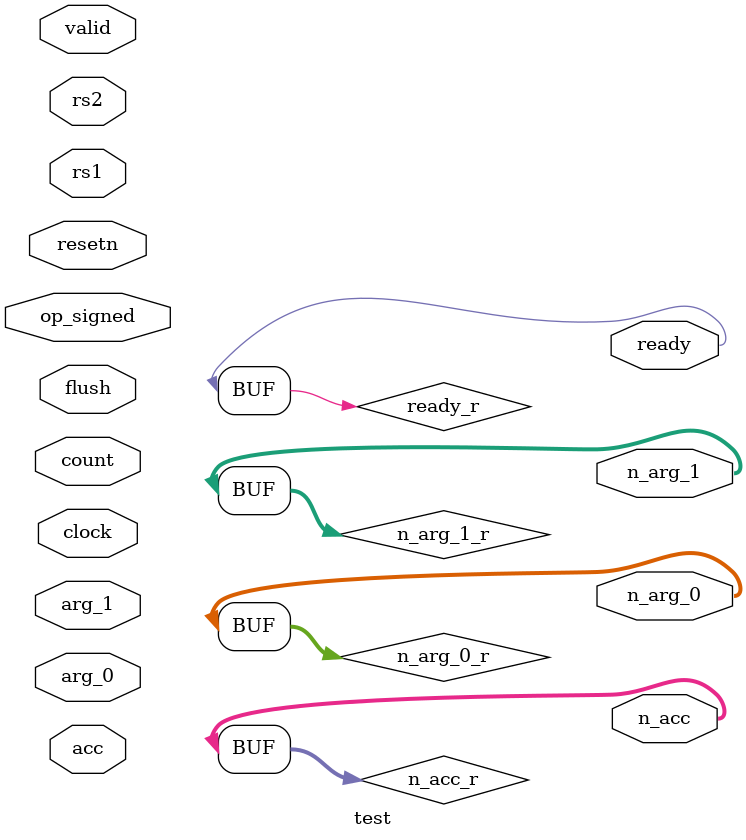
<source format=v>
`include "xc_malu_divrem.v"

module test (

input  wire         clock           ,
input  wire         resetn          ,

input  wire [31:0]  rs1             ,
input  wire [31:0]  rs2             ,

input  wire         valid           ,
input  wire         op_signed       ,
input  wire         flush           ,

input  wire [ 5:0]  count           ,
input  wire [63:0]  acc             , // Divisor
input  wire [31:0]  arg_0           , // Dividend
input  wire [31:0]  arg_1           , // Quotient

output wire [63:0]  n_acc           ,
output wire [31:0]  n_arg_0         ,
output wire [31:0]  n_arg_1         ,
output wire         ready           

);

xc_malu_divrem i_xc_malu_divrem (
.clock      (clock       ),
.resetn     (resetn      ),
.rs1        (rs1         ),
.rs2        (rs2         ),
.valid      (valid       ),
.op_signed  (div_signed  ),
.flush      (flush       ),
.count      (count       ),
.acc        (acc         ), // Divisor
.arg_0      (arg_0       ), // Dividend
.arg_1      (arg_1       ), // Quotient
.n_acc      (div_n_acc   ),
.n_arg_0    (div_n_arg_0 ),
.n_arg_1    (div_n_arg_1 ),
.ready      (div_ready   )
);

reg [63:0]  n_acc_r;
reg [31:0]  n_arg_0_r;
reg [31:0]  n_arg_1_r;
reg         ready_r;

always @(*) begin
	n_acc_r   = n_acc;
	n_arg_0_r = n_arg_0;
	n_arg_1_r = n_arg_1;
	ready_r   = ready;
end

endmodule

</source>
